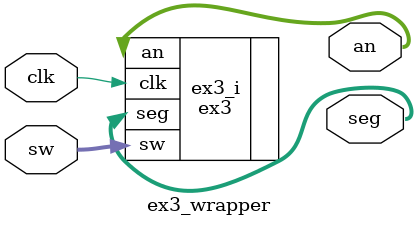
<source format=v>
`timescale 1 ps / 1 ps

module ex3_wrapper
   (an,
    clk,
    seg,
    sw);
  output [7:0]an;
  input clk;
  output [6:0]seg;
  input [3:0]sw;

  wire [7:0]an;
  wire clk;
  wire [6:0]seg;
  wire [3:0]sw;

  ex3 ex3_i
       (.an(an),
        .clk(clk),
        .seg(seg),
        .sw(sw));
endmodule

</source>
